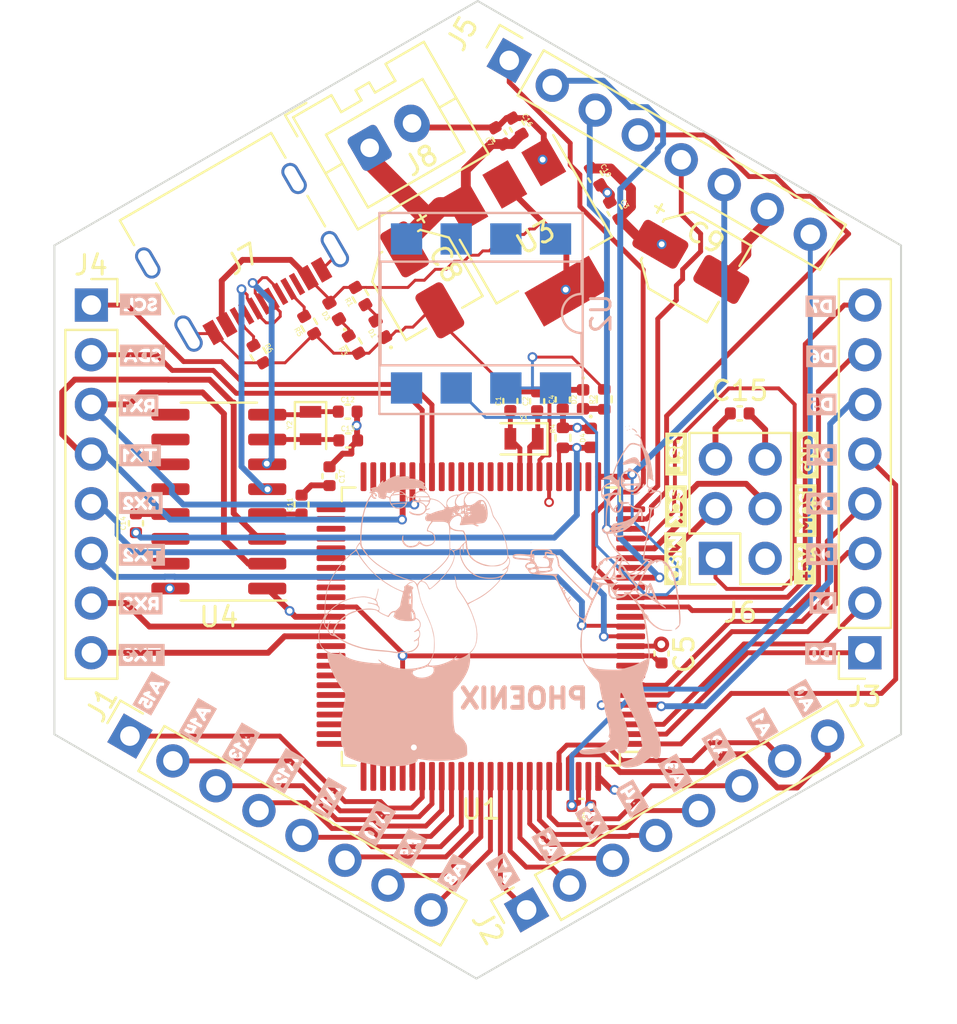
<source format=kicad_pcb>
(kicad_pcb (version 20221018) (generator pcbnew)
  (layers (0 "F.Cu" signal) (1 "In1.Cu" signal) (2 "In2.Cu" signal) (31 "B.Cu" signal) (34 "B.Paste" user) (35 "F.Paste" user) (36 "B.SilkS" user "B.Silkscreen") (37 "F.SilkS" user "F.Silkscreen") (38 "B.Mask" user) (39 "F.Mask" user) (44 "Edge.Cuts" user))
  (net 0 "")
  (net 1 "GND")
  (net 2 "Net-(U1-XTAL1)")
  (net 3 "Net-(U1-XTAL2)")
  (net 4 "+5V")
  (net 5 "/AREF")
  (net 6 "Net-(U4-V3)")
  (net 7 "Net-(U4-XO)")
  (net 8 "Net-(U4-XI)")
  (net 9 "Net-(U4-~{DTR})")
  (net 10 "/RESET")
  (net 11 "Net-(D1-A)")
  (net 12 "Net-(D2-A)")
  (net 13 "Net-(D3-K)")
  (net 14 "/ADC15")
  (net 15 "/ADC14")
  (net 16 "/ADC13")
  (net 17 "/ADC12")
  (net 18 "/ADC11")
  (net 19 "/ADC10")
  (net 20 "/ADC9")
  (net 21 "/ADC8")
  (net 22 "/ADC7")
  (net 23 "/ADC6")
  (net 24 "/ADC5")
  (net 25 "/ADC4")
  (net 26 "/ADC3")
  (net 27 "/ADC2")
  (net 28 "/ADC1")
  (net 29 "/ADC0")
  (net 30 "/PE0")
  (net 31 "/PE1")
  (net 32 "/PE4")
  (net 33 "Net-(J3-Pin_4)")
  (net 34 "/PG5")
  (net 35 "/PE3")
  (net 36 "/PH3")
  (net 37 "/PH4")
  (net 38 "/SCL")
  (net 39 "/SDA")
  (net 40 "/RXD1")
  (net 41 "/TXD1")
  (net 42 "/RXD2")
  (net 43 "/TXD2")
  (net 44 "/RXD3")
  (net 45 "/TXD3")
  (net 46 "/PH5")
  (net 47 "/PH6")
  (net 48 "Net-(J5-Pin_3)")
  (net 49 "Net-(J5-Pin_4)")
  (net 50 "Net-(J5-Pin_5)")
  (net 51 "Net-(J5-Pin_6)")
  (net 52 "/PB3")
  (net 53 "/PB1")
  (net 54 "/PB2")
  (net 55 "Net-(U2A--)")
  (net 60 "/PB0")
  (net 64 "/PL0")
  (net 65 "/PL1")
  (net 66 "/PL2")
  (net 67 "/PL3")
  (net 68 "/PL4")
  (net 69 "/PL5")
  (net 70 "/PL6")
  (net 71 "/PL7")
  (net 75 "/PD7")
  (net 76 "/PG0")
  (net 77 "/PG1")
  (net 78 "/PC0")
  (net 79 "/PC1")
  (net 80 "/PC2")
  (net 81 "/PC3")
  (net 82 "/PC4")
  (net 83 "/PC5")
  (net 84 "/PC6")
  (net 85 "/PC7")
  (net 91 "/PG2")
  (net 92 "/PA7")
  (net 93 "/PA6")
  (net 94 "/PA5")
  (net 95 "/PA4")
  (net 96 "/PA3")
  (net 97 "/PA2")
  (net 98 "/PA1")
  (net 99 "/PA0")
  (net 107 "+3V3")
  (net 108 "Net-(J7-CC1)")
  (net 109 "Net-(U4-UD+)")
  (net 110 "Net-(U4-UD-)")
  (net 112 "Net-(J7-CC2)")
  (net 114 "VIN")
  (footprint "Diode_SMD:D_0402_1005Metric" (layer "F.Cu") (at 127.43 129.84 -90)
    (fp_text reference "D4")
    (fp_text value "1N4001")
  )
  (footprint "Connector_PinSocket_2.54mm:PinSocket_1x08_P2.54mm_Vertical" (layer "F.Cu") (at 124.15 153.98 120)
    (fp_text reference "J2")
    (fp_text value "Conn_01x08")
  )
  (footprint "Connector_PinSocket_2.54mm:PinSocket_1x08_P2.54mm_Vertical" (layer "F.Cu") (at 123.262068 110.54 60)
    (fp_text reference "J5")
    (fp_text value "Conn_01x08")
  )
  (footprint "Capacitor_SMD:C_0402_1005Metric" (layer "F.Cu") (at 112.64 133.25 90)
    (fp_text reference "C11")
    (fp_text value "1uF")
  )
  (footprint "Capacitor_SMD:C_0402_1005Metric" (layer "F.Cu") (at 128.65 118.2 120)
    (fp_text reference "C3")
    (fp_text value "100n")
  )
  (footprint "kibuzzard-65DABDCE" (layer "F.Cu") (at 131.75 136.02 -90)
    (fp_text reference "kibuzzard-65DABDCE" hide)
    (fp_text value "G***" hide)
  )
  (footprint "Package_SO:SOIC-16_3.9x9.9mm_P1.27mm" (layer "F.Cu") (at 108.41 133.1 180)
    (fp_text reference "U4")
    (fp_text value "CH340G")
  )
  (footprint "Capacitor_SMD:C_0402_1005Metric" (layer "F.Cu") (at 104.17 134.21 90)
    (fp_text reference "C14")
    (fp_text value "1uF")
  )
  (footprint "Capacitor_SMD:CP_Elec_4x3.9" (layer "F.Cu") (at 118.8125 121.76 -60)
    (fp_text reference "C8")
    (fp_text value "47u")
  )
  (footprint "Connector_PinSocket_2.54mm:PinSocket_2x03_P2.54mm_Vertical" (layer "F.Cu") (at 133.81 136 180)
    (fp_text reference "J6")
    (fp_text value "Conn_02x03_Odd_Even")
  )
  (footprint "Package_QFP:TQFP-100_14x14mm_P0.5mm" (layer "F.Cu") (at 121.81 139.49 180)
    (fp_text reference "U1")
    (fp_text value "ATmega2560-16A")
  )
  (footprint "Package_TO_SOT_SMD:SOT-223-3_TabPin2" (layer "F.Cu") (at 124.61 119.61 -60)
    (fp_text reference "U3")
    (fp_text value "AMS1117-5.0")
  )
  (footprint "kibuzzard-65DABD5B" (layer "F.Cu") (at 138.38 136.28 90)
    (fp_text reference "kibuzzard-65DABD5B" hide)
    (fp_text value "G***" hide)
  )
  (footprint "Capacitor_SMD:C_0402_1005Metric" (layer "F.Cu") (at 115 128.5)
    (fp_text reference "C12")
    (fp_text value "1uF")
  )
  (footprint "Capacitor_SMD:C_0402_1005Metric" (layer "F.Cu") (at 123.32 127.96 -90)
    (fp_text reference "C1")
    (fp_text value "22pF")
  )
  (footprint "Connector_PinSocket_2.54mm:PinSocket_1x08_P2.54mm_Vertical" (layer "F.Cu") (at 101.89 123.05)
    (fp_text reference "J4")
    (fp_text value "Conn_01x08")
  )
  (footprint "Resistor_SMD:R_0402_1005Metric" (layer "F.Cu") (at 126.01 129.84 -90)
    (fp_text reference "R4")
    (fp_text value "10k")
  )
  (footprint "Capacitor_SMD:C_0402_1005Metric" (layer "F.Cu") (at 114.07 131.8 -90)
    (fp_text reference "C17")
    (fp_text value "100nF")
  )
  (footprint "kibuzzard-65DABD20" (layer "F.Cu") (at 138.53 130.72 90)
    (fp_text reference "kibuzzard-65DABD20" hide)
    (fp_text value "G***" hide)
  )
  (footprint "LED_SMD:LED_0402_1005Metric" (layer "F.Cu") (at 127.04 127.87 -90)
    (fp_text reference "D2")
    (fp_text value "LED")
  )
  (footprint "Connector_USB:USB_C_Receptacle_Palconn_UTC16-G" (layer "F.Cu") (at 109.6375 120.677773 -150)
    (fp_text reference "J7")
    (fp_text value "USB_C_Receptacle")
  )
  (footprint "Resistor_SMD:R_0402_1005Metric" (layer "F.Cu") (at 115.65 122.59 -60)
    (fp_text reference "R1")
    (fp_text value "1k")
  )
  (footprint "Capacitor_SMD:C_0402_1005Metric" (layer "F.Cu") (at 122.76 114.4 -60)
    (fp_text reference "C7")
    (fp_text value "100nF")
  )
  (footprint "Connector_PinSocket_2.54mm:PinSocket_1x08_P2.54mm_Vertical" (layer "F.Cu") (at 103.862068 145.09 60)
    (fp_text reference "J1")
    (fp_text value "Conn_01x08")
  )
  (footprint "Capacitor_SMD:C_0402_1005Metric" (layer "F.Cu") (at 126.95 148.66 180)
    (fp_text reference "C6")
    (fp_text value "100n")
  )
  (footprint "Connector_PinSocket_2.54mm:PinSocket_1x08_P2.54mm_Vertical" (layer "F.Cu") (at 141.45 140.83 180)
    (fp_text reference "J3")
    (fp_text value "Conn_01x08")
  )
  (footprint "Capacitor_SMD:C_0402_1005Metric" (layer "F.Cu") (at 123.66 113.904308 -60)
    (fp_text reference "C16")
    (fp_text value "100nF")
  )
  (footprint "Resistor_SMD:R_0402_1005Metric" (layer "F.Cu") (at 115.31 125.07 120)
    (fp_text reference "R3")
    (fp_text value "R_US")
  )
  (footprint "kibuzzard-65DABD9A" (layer "F.Cu") (at 131.8 130.67 -90)
    (fp_text reference "kibuzzard-65DABD9A" hide)
    (fp_text value "G***" hide)
  )
  (footprint "Capacitor_SMD:C_0402_1005Metric" (layer "F.Cu") (at 135.05 128.59)
    (fp_text reference "C15")
    (fp_text value "22pF")
  )
  (footprint "Resistor_SMD:R_0402_1005Metric" (layer "F.Cu") (at 113.03 124.07 -60)
    (fp_text reference "R5")
    (fp_text value "5.1K")
  )
  (footprint "kibuzzard-65DABDB1" (layer "F.Cu") (at 131.79 133.34 -90)
    (fp_text reference "kibuzzard-65DABDB1" hide)
    (fp_text value "G***" hide)
  )
  (footprint "Crystal:Crystal_SMD_2012-2Pin_2.0x1.2mm" (layer "F.Cu") (at 124.02 129.89 180)
    (fp_text reference "Y1")
    (fp_text value "Crystal_Small")
  )
  (footprint "Resistor_SMD:R_0402_1005Metric" (layer "F.Cu") (at 128.12 127.87 -90)
    (fp_text reference "R2")
    (fp_text value "1k")
  )
  (footprint "Capacitor_SMD:C_0402_1005Metric" (layer "F.Cu") (at 131.05 140.87 90)
    (fp_text reference "C5")
    (fp_text value "100n")
  )
  (footprint "kibuzzard-65DABD37" (layer "F.Cu") (at 138.42 133.56 90)
    (fp_text reference "kibuzzard-65DABD37" hide)
    (fp_text value "G***" hide)
  )
  (footprint "Capacitor_SMD:C_0402_1005Metric" (layer "F.Cu") (at 127.67 116.484308 -60)
    (fp_text reference "C10")
    (fp_text value "1uF")
  )
  (footprint "Crystal:Crystal_SMD_2012-2Pin_2.0x1.2mm" (layer "F.Cu") (at 113.1 129.21 -90)
    (fp_text reference "Y2")
    (fp_text value "12MHz")
  )
  (footprint "Capacitor_SMD:C_0402_1005Metric" (layer "F.Cu") (at 124.69 127.97 -90)
    (fp_text reference "C2")
    (fp_text value "22pF")
  )
  (footprint "Capacitor_SMD:C_0402_1005Metric" (layer "F.Cu") (at 115.03 129.97 180)
    (fp_text reference "C13")
    (fp_text value "1uF")
  )
  (footprint "Capacitor_SMD:CP_Elec_4x3.9" (layer "F.Cu") (at 132.55 120.839523 -30)
    (fp_text reference "C9")
    (fp_text value "47u")
  )
  (footprint "LED_SMD:LED_0402_1005Metric" (layer "F.Cu") (at 116.67 124.27 120)
    (fp_text reference "D1")
    (fp_text value "LED")
  )
  (footprint "Resistor_SMD:R_0402_1005Metric" (layer "F.Cu") (at 110.44 125.56 -60)
    (fp_text reference "R6")
    (fp_text value "5.1K")
  )
  (footprint "LED_SMD:LED_0402_1005Metric" (layer "F.Cu") (at 114.31 123.35 120)
    (fp_text reference "D3")
    (fp_text value "LED")
  )
  (footprint "Connector_JST:JST_XA_B02B-XASK-1_1x02_P2.50mm_Vertical" (layer "F.Cu") (at 116.124936 115.01 30)
    (fp_text reference "J8")
    (fp_text value "Conn_01x02_Pin")
  )
  (footprint "Capacitor_SMD:C_0402_1005Metric" (layer "F.Cu") (at 126 127.88 90)
    (fp_text reference "C4")
    (fp_text value "100n")
  )
  (footprint "kibuzzard-65DABB23" (layer "B.Cu") (at 114.02 148.26 -120)
    (fp_text reference "kibuzzard-65DABB23" hide)
    (fp_text value "G***" hide)
  )
  (footprint "kibuzzard-65DABC40" (layer "B.Cu") (at 104.31 128.18 180)
    (fp_text reference "kibuzzard-65DABC40" hide)
    (fp_text value "G***" hide)
  )
  (footprint "kibuzzard-65DABB0E" (layer "B.Cu") (at 111.81 146.86 -120)
    (fp_text reference "kibuzzard-65DABB0E" hide)
    (fp_text value "G***" hide)
  )
  (footprint "kibuzzard-65DABCC5" (layer "B.Cu") (at 104.47 140.94 180)
    (fp_text reference "kibuzzard-65DABCC5" hide)
    (fp_text value "G***" hide)
  )
  (footprint "kibuzzard-65DAB95D" (layer "B.Cu") (at 129.52 148.28 120)
    (fp_text reference "kibuzzard-65DAB95D" hide)
    (fp_text value "G***" hide)
  )
  (footprint "kibuzzard-65DAB9EE" (layer "B.Cu") (at 122.95 152.03 120)
    (fp_text reference "kibuzzard-65DAB9EE" hide)
    (fp_text value "G***" hide)
  )
  (footprint "kibuzzard-65DAB4AE" (layer "B.Cu") (at 139.19 123.11 180)
    (fp_text reference "kibuzzard-65DAB4AE" hide)
    (fp_text value "G***" hide)
  )
  (footprint "kibuzzard-65DAB6F8" (layer "B.Cu") (at 138.36 143.16 120)
    (fp_text reference "kibuzzard-65DAB6F8" hide)
    (fp_text value "G***" hide)
  )
  (footprint "kibuzzard-65DAB9D5" (layer "B.Cu") (at 127.49 149.44 120)
    (fp_text reference "kibuzzard-65DAB9D5" hide)
    (fp_text value "G***" hide)
  )
  (footprint "kibuzzard-65DAB4FF" (layer "B.Cu") (at 139.24 128.13 180)
    (fp_text reference "kibuzzard-65DAB4FF" hide)
    (fp_text value "G***" hide)
  )
  (footprint "kibuzzard-65DABB6D" (layer "B.Cu") (at 118.19 150.8 -120)
    (fp_text reference "kibuzzard-65DABB6D" hide)
    (fp_text value "G***" hide)
  )
  (footprint "kibuzzard-65DABBF1" (layer "B.Cu") (at 104.4 123.02 180)
    (fp_text reference "kibuzzard-65DABBF1" hide)
    (fp_text value "G***" hide)
  )
  (footprint "kibuzzard-65DABC64" (layer "B.Cu") (at 104.42 133.17 180)
    (fp_text reference "kibuzzard-65DABC64" hide)
    (fp_text value "G***" hide)
  )
  (footprint "Logo:cheech2" (layer "B.Cu") (at 128.8 137.74 180)
    (fp_text reference "PHOENIX")
    (fp_text value "LOGO" hide)
  )
  (footprint "Package_DIP:DIP-8_W7.62mm_SMDSocket_SmallPads" (layer "B.Cu") (at 121.82 123.48 90)
    (fp_text reference "U2")
    (fp_text value "LMV358")
  )
  (footprint "kibuzzard-65DAB58E" (layer "B.Cu") (at 139.22 125.67 180)
    (fp_text reference "kibuzzard-65DAB58E" hide)
    (fp_text value "G***" hide)
  )
  (footprint "kibuzzard-65DABB34" (layer "B.Cu") (at 116.48 149.56 -120)
    (fp_text reference "kibuzzard-65DABB34" hide)
    (fp_text value "G***" hide)
  )
  (footprint "kibuzzard-65DABC18" (layer "B.Cu") (at 104.5 125.63 180)
    (fp_text reference "kibuzzard-65DABC18" hide)
    (fp_text value "G***" hide)
  )
  (footprint "kibuzzard-65DABCAE" (layer "B.Cu") (at 104.42 138.31 180)
    (fp_text reference "kibuzzard-65DABCAE" hide)
    (fp_text value "G***" hide)
  )
  (footprint "kibuzzard-65DABC81" (layer "B.Cu") (at 104.48 135.82 180)
    (fp_text reference "kibuzzard-65DABC81" hide)
    (fp_text value "G***" hide)
  )
  (footprint "kibuzzard-65DAB5CB" (layer "B.Cu") (at 139.24 133.2 180)
    (fp_text reference "kibuzzard-65DAB5CB" hide)
    (fp_text value "G***" hide)
  )
  (footprint "kibuzzard-65DAB7E5" (layer "B.Cu") (at 136.2 144.52 120)
    (fp_text reference "kibuzzard-65DAB7E5" hide)
    (fp_text value "G***" hide)
  )
  (footprint "kibuzzard-65DAB9E3" (layer "B.Cu") (at 125.28 150.68 120)
    (fp_text reference "kibuzzard-65DAB9E3" hide)
    (fp_text value "G***" hide)
  )
  (footprint "kibuzzard-65DABC2B" (layer "B.Cu") (at 104.38 130.73 180)
    (fp_text reference "kibuzzard-65DABC2B" hide)
    (fp_text value "G***" hide)
  )
  (footprint "kibuzzard-65DABB77" (layer "B.Cu") (at 120.46 152.09 -120)
    (fp_text reference "kibuzzard-65DABB77" hide)
    (fp_text value "G***" hide)
  )
  (footprint "kibuzzard-65DABAF2" (layer "B.Cu") (at 109.55 145.56 -120)
    (fp_text reference "kibuzzard-65DABAF2" hide)
    (fp_text value "G***" hide)
  )
  (footprint "kibuzzard-65DAB610" (layer "B.Cu") (at 139.19 140.88 180)
    (fp_text reference "kibuzzard-65DAB610" hide)
    (fp_text value "G***" hide)
  )
  (footprint "kibuzzard-65DAB856" (layer "B.Cu") (at 131.75 146.98 120)
    (fp_text reference "kibuzzard-65DAB856" hide)
    (fp_text value "G***" hide)
  )
  (footprint "kibuzzard-65DABACB" (layer "B.Cu") (at 104.96 142.91 -120)
    (fp_text reference "kibuzzard-65DABACB" hide)
    (fp_text value "G***" hide)
  )
  (footprint "kibuzzard-65DAB5DE" (layer "B.Cu") (at 139.24 135.79 180)
    (fp_text reference "kibuzzard-65DAB5DE" hide)
    (fp_text value "G***" hide)
  )
  (footprint "kibuzzard-65DABAE4" (layer "B.Cu") (at 107.33 144.29 -120)
    (fp_text reference "kibuzzard-65DABAE4" hide)
    (fp_text value "G***" hide)
  )
  (footprint "kibuzzard-65DAB5A5" (layer "B.Cu") (at 139.24 130.71 180)
    (fp_text reference "kibuzzard-65DAB5A5" hide)
    (fp_text value "G***" hide)
  )
  (footprint "kibuzzard-65DAB820" (layer "B.Cu") (at 133.99 145.67 120)
    (fp_text reference "kibuzzard-65DAB820" hide)
    (fp_text value "G***" hide)
  )
  (footprint "kibuzzard-65DAB5FE" (layer "B.Cu") (at 139.31 138.28 180)
    (fp_text reference "kibuzzard-65DAB5FE" hide)
    (fp_text value "G***" hide)
  )
  (gr_line (start 121.585 157.49) (end 100 145) (stroke (width 0.1)) (layer "Edge.Cuts"))
  (gr_line (start 100 145) (end 100 120) (stroke (width 0.1)) (layer "Edge.Cuts"))
  (gr_line (start 143.3 145) (end 143.3 120) (stroke (width 0.1)) (layer "Edge.Cuts"))
  (gr_line (start 143.3 120) (end 121.65 107.5) (stroke (width 0.1)) (layer "Edge.Cuts"))
  (gr_line (start 121.585 157.49) (end 143.3 145) (stroke (width 0.1)) (layer "Edge.Cuts"))
  (gr_line (start 100 120) (end 121.65 107.5) (stroke (width 0.1)) (layer "Edge.Cuts"))
  (segment (start 127.31 148.42) (end 127.42 148.53) (width 0.25) (layer "F.Cu") (net 1))
  (segment (start 113.285 124.511673) (end 114.285 125.511673) (width 0.15) (layer "F.Cu") (net 1))
  (segment (start 124.208616 113.488616) (end 123.42 113.488616) (width 0.3) (layer "F.Cu") (net 1))
  (segment (start 109.671395 126.001673) (end 110.695 126.001673) (width 0.15) (layer "F.Cu") (net 1))
  (segment (start 112.33 138.99) (end 114.1475 138.99) (width 0.3) (layer "F.Cu") (net 1))
  (segment (start 135.39 119.84) (end 135.39 120.458369) (width 0.5) (layer "F.Cu") (net 1))
  (segment (start 128.41 117.4) (end 128.31 117.3) (width 0.5) (layer "F.Cu") (net 1))
  (segment (start 125.99 127.41) (end 126 127.4) (width 0.2) (layer "F.Cu") (net 1))
  (segment (start 127.04 127.385) (end 126.015 127.385) (width 0.3) (layer "F.Cu") (net 1))
  (segment (start 125.62 127.41) (end 125.99 127.41) (width 0.2) (layer "F.Cu") (net 1))
  (segment (start 125.32 127.71) (end 125.62 127.41) (width 0.2) (layer "F.Cu") (net 1))
  (segment (start 118.31 145.7445) (end 118.31 147.1525) (width 0.3) (layer "F.Cu") (net 1))
  (segment (start 125.026858 114.306858) (end 124.208616 113.488616) (width 0.3) (layer "F.Cu") (net 1))
  (segment (start 114.285 125.511673) (end 115.565 125.511673) (width 0.15) (layer "F.Cu") (net 1))
  (segment (start 125.026858 115.553142) (end 125.026858 114.306858) (width 0.3) (layer "F.Cu") (net 1))
  (segment (start 116.090849 125.511673) (end 116.9125 124.690022) (width 0.15) (layer "F.Cu") (net 1))
  (segment (start 122.52 113.984308) (end 122.625692 113.984308) (width 0.3) (layer "F.Cu") (net 1))
  (segment (start 115.19 130.29) (end 115.51 129.97) (width 0.3) (layer "F.Cu") (net 1))
  (segment (start 108.121219 124.451497) (end 109.671395 126.001673) (width 0.15) (layer "F.Cu") (net 1))
  (segment (start 123.32 127.48) (end 123.33 127.49) (width 0.25) (layer "F.Cu") (net 1))
  (segment (start 135.39 120.458369) (end 134.108846 121.739523) (width 0.5) (layer "F.Cu") (net 1))
  (segment (start 124.81 131.8275) (end 124.81 130.97) (width 0.2) (layer "F.Cu") (net 1))
  (segment (start 112.03 138.69) (end 112.33 138.99) (width 0.3) (layer "F.Cu") (net 1))
  (segment (start 136.460295 118.769705) (end 135.39 119.84) (width 0.5) (layer "F.Cu") (net 1))
  (segment (start 118.3845 145.67) (end 118.31 145.7445) (width 0.3) (layer "F.Cu") (net 1))
  (segment (start 125.026858 115.666858) (end 124.97 115.61) (width 0.3) (layer "F.Cu") (net 1))
  (segment (start 127.56 148.67) (end 127.59 148.7) (width 0.25) (layer "F.Cu") (net 1))
  (segment (start 108.063514 124.509202) (end 108.121219 124.451497) (width 0.15) (layer "F.Cu") (net 1))
  (segment (start 125.84 127.4) (end 126 127.4) (width 0.25) (layer "F.Cu") (net 1))
  (segment (start 124.81 130.97) (end 125.04 130.74) (width 0.2) (layer "F.Cu") (net 1))
  (segment (start 106.86127 124.509202) (end 108.063514 124.509202) (width 0.15) (layer "F.Cu") (net 1))
  (segment (start 114.74 130.65) (end 115.19 130.65) (width 0.3) (layer "F.Cu") (net 1))
  (segment (start 117.159978 124.690022) (end 117.47 124.38) (width 0.15) (layer "F.Cu") (net 1))
  (segment (start 136.35 130.92) (end 136.35 129.41) (width 0.3) (layer "F.Cu") (net 1))
  (segment (start 119.7125 123.8725) (end 123.32 127.48) (width 0.15) (layer "F.Cu") (net 1))
  (segment (start 117.96 124.18) (end 118.33 124.18) (width 0.15) (layer "F.Cu") (net 1))
  (segment (start 127.31 147.1525) (end 127.31 148.42) (width 0.25) (layer "F.Cu") (net 1))
  (segment (start 115.19 130.65) (end 115.19 130.29) (width 0.3) (layer "F.Cu") (net 1))
  (segment (start 136.460295 118.16) (end 136.460295 118.769705) (width 0.5) (layer "F.Cu") (net 1))
  (segment (start 118.29 113.76) (end 118.5 113.97) (width 0.3) (layer "F.Cu") (net 1))
  (segment (start 128.28 117.3) (end 128.28 117.27) (width 0.5) (layer "F.Cu") (net 1))
  (segment (start 115.48 129.23) (end 115.48 129.94) (width 0.3) (layer "F.Cu") (net 1))
  (segment (start 111.795 126.001673) (end 113.285 124.511673) (width 0.15) (layer "F.Cu") (net 1))
  (segment (start 128.28 117.27) (end 127.91 116.9) (width 0.5) (layer "F.Cu") (net 1))
  (segment (start 123.121384 113.488616) (end 123.42 113.488616) (width 0.3) (layer "F.Cu") (net 1))
  (segment (start 119.7125 123.318846) (end 119.7125 123.8725) (width 0.15) (layer "F.Cu") (net 1))
  (segment (start 115.565 125.511673) (end 116.090849 125.511673) (width 0.15) (layer "F.Cu") (net 1))
  (segment (start 119.191154 123.318846) (end 119.7125 123.318846) (width 0.15) (layer "F.Cu") (net 1))
  (segment (start 129.4725 140.49) (end 130.95 140.49) (width 0.25) (layer "F.Cu") (net 1))
  (segment (start 124.94 127.49) (end 124.69 127.49) (width 0.25) (layer "F.Cu") (net 1))
  (segment (start 122.505692 113.97) (end 122.52 113.984308) (width 0.3) (layer "F.Cu") (net 1))
  (segment (start 128.31 117.3) (end 128.28 117.3) (width 0.5) (layer "F.Cu") (net 1))
  (segment (start 114.34373 120.571548) (end 113.663781 121.251497) (width 0.15) (layer "F.Cu") (net 1))
  (segment (start 115.48 129.94) (end 115.51 129.97) (width 0.3) (layer "F.Cu") (net 1))
  (segment (start 125.04 130.74) (end 125.32 130.74) (width 0.2) (layer "F.Cu") (net 1))
  (segment (start 110.885 137.545) (end 112.03 138.69) (width 0.3) (layer "F.Cu") (net 1))
  (segment (start 125.32 127.71) (end 125.1 127.49) (width 0.2) (layer "F.Cu") (net 1))
  (segment (start 110.695 126.001673) (end 111.795 126.001673) (width 0.15) (layer "F.Cu") (net 1))
  (segment (start 130.95 140.49) (end 131.04 140.4) (width 0.25) (layer "F.Cu") (net 1))
  (segment (start 115.48 129.19) (end 115.46 129.21) (width 0.3) (layer "F.Cu") (net 1))
  (segment (start 117.47 124.38) (end 117.76 124.38) (width 0.15) (layer "F.Cu") (net 1))
  (segment (start 118.33 124.18) (end 119.191154 123.318846) (width 0.15) (layer "F.Cu") (net 1))
  (segment (start 115.46 129.21) (end 115.48 129.23) (width 0.3) (layer "F.Cu") (net 1))
  (segment (start 114.34373 120.189202) (end 114.34373 120.571548) (width 0.15) (layer "F.Cu") (net 1))
  (segment (start 123.33 127.49) (end 124.69 127.49) (width 0.25) (layer "F.Cu") (net 1))
  (segment (start 114.07 131.32) (end 114.74 130.65) (width 0.3) (layer "F.Cu") (net 1))
  (segment (start 125.1 127.49) (end 124.69 127.49) (width 0.2) (layer "F.Cu") (net 1))
  (segment (start 136.35 129.41) (end 135.53 128.59) (width 0.3) (layer "F.Cu") (net 1))
  (segment (start 127.42 148.67) (end 127.56 148.67) (width 0.25) (layer "F.Cu") (net 1))
  (segment (start 124.97 115.61) (end 125.026858 115.553142) (width 0.3) (layer "F.Cu") (net 1))
  (segment (start 116.9125 124.690022) (end 117.159978 124.690022) (width 0.15) (layer "F.Cu") (net 1))
  (segment (start 128.41 117.784308) (end 128.41 117.4) (width 0.5) (layer "F.Cu") (net 1))
  (segment (start 115.48 128.5) (end 115.48 129.19) (width 0.3) (layer "F.Cu") (net 1))
  (segment (start 125.026858 115.73202) (end 125.026858 115.666858) (width 0.3) (layer "F.Cu") (net 1))
  (segment (start 126.015 127.385) (end 126 127.4) (width 0.3) (layer "F.Cu") (net 1))
  (segment (start 118.5 113.97) (end 122.505692 113.97) (width 0.3) (layer "F.Cu") (net 1))
  (segment (start 122.625692 113.984308) (end 123.121384 113.488616) (width 0.3) (layer "F.Cu") (net 1))
  (segment (start 125.32 130.74) (end 125.32 127.71) (width 0.2) (layer "F.Cu") (net 1))
  (segment (start 117.76 124.38) (end 117.96 124.18) (width 0.15) (layer "F.Cu") (net 1))
  (segment (start 127.42 148.53) (end 127.42 148.67) (width 0.25) (layer "F.Cu") (net 1))
  (via (at 118.3845 145.67) (size 0.5) (drill 0.3) (layers "F.Cu" "B.Cu") (net 1))
  (via blind (at 131.04 140.4) (size 0.8) (drill 0.4) (layers "F.Cu" "In1.Cu") (remove_unused_layers) (zone_layer_connections "In1.Cu") (net 1))
  (via (at 112.03 138.69) (size 0.5) (drill 0.3) (layers "F.Cu" "B.Cu") (net 1))
  (via (at 124.97 115.61) (size 0.5) (drill 0.3) (layers "F.Cu" "B.Cu") (net 1))
  (via (at 128.28 117.3) (size 0.5) (drill 0.3) (layers "F.Cu" "B.Cu") (net 1))
  (via (at 115.46 129.21) (size 0.5) (drill 0.3) (layers "F.Cu" "B.Cu") (net 1))
  (via (at 127.99 143.51) (size 0.5) (drill 0.3) (layers "F.Cu" "B.Cu") (net 1))
  (via (at 127.42 148.67) (size 0.5) (drill 0.3) (layers "F.Cu" "B.Cu") (net 1))
  (segment (start 123.81 130.38) (end 123.32 129.89) (width 0.25) (layer "F.Cu") (net 2))
  (segment (start 123.32 128.44) (end 123.32 129.89) (width 0.25) (layer "F.Cu") (net 2))
  (segment (start 123.81 131.8275) (end 123.81 130.38) (width 0.25) (layer "F.Cu") (net 2))
  (segment (start 124.72 128.48) (end 124.69 128.45) (width 0.25) (layer "F.Cu") (net 3))
  (segment (start 124.31 130.3) (end 124.72 129.89) (width 0.25) (layer "F.Cu") (net 3))
  (segment (start 124.31 131.8275) (end 124.31 130.3) (width 0.25) (layer "F.Cu") (net 3))
  (segment (start 124.72 129.89) (end 124.72 128.48) (width 0.25) (layer "F.Cu") (net 3))
  (segment (start 128.448616 116.068616) (end 127.43 116.068616) (width 0.5) (layer "F.Cu") (net 4))
  (segment (start 119.48 121.22) (end 120.04 121.22) (width 0.15) (layer "F.Cu") (net 4))
  (segment (start 129.4725 140.99) (end 130.604695 140.99) (width 0.25) (layer "F.Cu") (net 4))
  (segment (start 118.08 122.15) (end 118.45 121.78) (width 0.15) (layer "F.Cu") (net 4))
  (segment (start 109.62 120.74) (end 112.083722 120.74) (width 0.3) (layer "F.Cu") (net 4))
  (segment (start 128.65 147.84) (end 128.4975 147.84) (width 0.3) (layer "F.Cu") (net 4))
  (segment (start 124.89649 118.74351) (end 123.035 116.88202) (width 0.3) (layer "F.Cu") (net 4))
  (segment (start 117.82 140.99) (end 129.4725 140.99) (width 0.25) (layer "F.Cu") (net 4))
  (segment (start 120.04 121.22) (end 120.45 120.81) (width 0.15) (layer "F.Cu") (net 4))
  (segment (start 117.81 140.98) (end 117.81 140.855) (width 0.25) (layer "F.Cu") (net 4))
  (segment (start 121.69 120.5) (end 121.91 120.28) (width 0.15) (layer "F.Cu") (net 4))
  (segment (start 126.73 129.33) (end 126.74 129.32) (width 0.3) (layer "F.Cu") (net 4))
  (segment (start 120.95 120.81) (end 121.26 120.5) (width 0.15) (layer "F.Cu") (net 4))
  (segment (start 124.3 119.16) (end 124.55 119.16) (width 0.15) (layer "F.Cu") (net 4))
  (segment (start 114.801673 122.148327) (end 115.395 122.148327) (width 0.15) (layer "F.Cu") (net 4))
  (segment (start 129.49 117.11) (end 128.448616 116.068616) (width 0.5) (layer "F.Cu") (net 4))
  (segment (start 122.53 119.99) (end 122.9 119.99) (width 0.15) (layer "F.Cu") (net 4))
  (segment (start 115.946014 122.148327) (end 115.947687 122.15) (width 0.15) (layer "F.Cu") (net 4))
  (segment (start 108.814039 124.051497) (end 108.559687 123.797145) (width 0.3) (layer "F.Cu") (net 4))
  (segment (start 126.74 129.32) (end 126.75 129.33) (width 0.3) (layer "F.Cu") (net 4))
  (segment (start 125.3 133.13) (end 125.3 131.8375) (width 0.2) (layer "F.Cu") (net 4))
  (segment (start 112.083722 120.74) (end 112.98309 121.639368) (width 0.3) (layer "F.Cu") (net 4))
  (segment (start 114.0675 122.748036) (end 114.0675 122.929978) (width 0.15) (layer "F.Cu") (net 4))
  (segment (start 128.4975 147.84) (end 127.81 147.1525) (width 0.3) (layer "F.Cu") (net 4))
  (segment (start 117.81 140.98) (end 117.81 147.1525) (width 0.25) (layer "F.Cu") (net 4))
  (segment (start 126.01 129.33) (end 126.01 128.37) (width 0.3) (layer "F.Cu") (net 4))
  (segment (start 127.405 129.33) (end 127.43 129.355) (width 0.3) (layer "F.Cu") (net 4))
  (segment (start 108.559687 123.797145) (end 108.559687 121.800313) (width 0.3) (layer "F.Cu") (net 4))
  (segment (start 115.947687 122.15) (end 118.08 122.15) (width 0.15) (layer "F.Cu") (net 4))
  (segment (start 122.9 119.99) (end 123.17 119.72) (width 0.15) (layer "F.Cu") (net 4))
  (segment (start 126.75 129.33) (end 127.405 129.33) (width 0.3) (layer "F.Cu") (net 4))
  (segment (start 130.991631 119.939523) (end 130.213831 119.939523) (width 0.5) (layer "F.Cu") (net 4))
  (segment (start 117.81 140.98) (end 117.82 140.99) (width 0.25) (layer "F.Cu") (net 4))
  (segment (start 126.185 122.225) (end 126.185 120.03202) (width 0.3) (layer "F.Cu") (net 4))
  (segment (start 114.0675 122.929978) (end 114.0675 122.8825) (width 0.15) (layer "F.Cu") (net 4))
  (segment (start 115.445 138.49) (end 114.1475 138.49) (width 0.25) (layer "F.Cu") (net 4))
  (segment (start 131.06 119.94) (end 130.991631 119.939523) (width 0.5) (layer "F.Cu") (net 4))
  (segment (start 130.991154 119.939523) (end 130.990677 119.939523) (width 0.5) (layer "F.Cu") (net 4))
  (segment (start 118.45 121.78) (end 118.92 121.78) (width 0.15) (layer "F.Cu") (net 4))
  (segment (start 121.26 120.5) (end 121.69 120.5) (width 0.15) (layer "F.Cu") (net 4))
  (segment (start 122.24 120.28) (end 122.53 119.99) (width 0.15) (layer "F.Cu") (net 4))
  (segment (start 128.89 118.615692) (end 129.49 118.015692) (width 0.5) (layer "F.Cu") (net 4))
  (segment (start 126.185 120.03202) (end 124.89649 118.74351) (width 0.3) (layer "F.Cu") (net 4))
  (segment (start 126.185 122.33798) (end 126.185 122.295) (width 0.3) (layer "F.Cu") (net 4))
  (segment (start 120.45 120.81) (end 120.95 120.81) (width 0.15) (layer "F.Cu") (net 4))
  (segment (start 124.02 119.44) (end 124.3 119.16) (width 0.15) (layer "F.Cu") (net 4))
  (segment (start 130.964695 141.35) (end 131.05 141.35) (width 0.25) (layer "F.Cu") (net 4))
  (segment (start 130.604695 140.99) (end 130.964695 141.35) (width 0.25) (layer "F.Cu") (net 4))
  (segment (start 123.77 119.44) (end 124.02 119.44) (width 0.15) (layer "F.Cu") (net 4))
  (segment (start 125.3 131.8375) (end 125.31 131.8275) (width 0.2) (layer "F.Cu") (net 4))
  (segment (start 130.990677 119.939523) (end 131.06 119.94) (width 0.5) (layer "F.Cu") (net 4))
  (segment (start 126.185 122.295) (end 126.15 122.26) (width 0.3) (layer "F.Cu") (net 4))
  (segment (start 114.0675 122.8825) (end 114.801673 122.148327) (width 0.15) (layer "F.Cu") (net 4))
  (segment (start 129.49 118.015692) (end 129.49 117.11) (width 0.5) (layer "F.Cu") (net 4))
  (segment (start 121.91 120.28) (end 122.24 120.28) (width 0.15) (layer "F.Cu") (net 4))
  (segment (start 123.49 119.72) (end 123.77 119.44) (width 0.15) (layer "F.Cu") (net 4))
  (segment (start 124.89649 118.81351) (end 124.89649 118.74351) (width 0.15) (layer "F.Cu") (net 4))
  (segment (start 126.01 128.37) (end 126 128.36) (width 0.3) (layer "F.Cu") (net 4))
  (segment (start 126.01 129.33) (end 126.73 129.33) (width 0.3) (layer "F.Cu") (net 4))
  (segment (start 123.17 119.72) (end 123.49 119.72) (width 0.15) (layer "F.Cu") (net 4))
  (segment (start 130.213831 119.939523) (end 128.89 118.615692) (width 0.5) (layer "F.Cu") (net 4))
  (segment (start 108.559687 121.800313) (end 109.62 120.74) (width 0.3) (layer "F.Cu") (net 4))
  (segment (start 117.81 140.855) (end 115.445 138.49) (width 0.25) (layer "F.Cu") (net 4))
  (segment (start 112.970961 121.651497) (end 114.0675 122.748036) (width 0.15) (layer "F.Cu") (net 4))
  (segment (start 115.395 122.148327) (end 115.946014 122.148327) (width 0.15) (layer "F.Cu") (net 4))
  (segment (start 124.55 119.16) (end 124.89649 118.81351) (width 0.15) (layer "F.Cu") (net 4))
  (segment (start 126.15 122.26) (end 126.185 122.225) (width 0.3) (layer "F.Cu") (net 4))
  (segment (start 118.92 121.78) (end 119.48 121.22) (width 0.15) (layer "F.Cu") (net 4))
  (via (at 117.81 140.98) (size 0.5) (drill 0.3) (layers "F.Cu" "B.Cu") (net 4))
  (via (at 126.74 129.32) (size 0.5) (drill 0.3) (layers "F.Cu" "B.Cu") (net 4))
  (via (at 105.9 137.54) (size 0.5) (drill 0.3) (layers "F.Cu" "B.Cu") (net 4))
  (via (at 131.06 119.94) (size 0.5) (drill 0.3) (layers "F.Cu" "B.Cu") (net 4))
  (via (at 128.65 147.84) (size 0.5) (drill 0.3) (layers "F.Cu" "B.Cu") (net 4))
  (via (at 126.15 122.26) (size 0.5) (drill 0.3) (layers "F.Cu" "B.Cu") (net 4))
  (via micro (at 125.3 133.13) (size 0.5) (drill 0.3) (layers "F.Cu" "In2.Cu") (net 4))
  (segment (start 126.81 147.1525) (end 126.81 148.52) (width 0.25) (layer "F.Cu") (net 5))
  (segment (start 126.46 148.63) (end 126.63 148.7) (width 0.25) (layer "F.Cu") (net 5))
  (segment (start 126.81 148.52) (end 126.46 148.63) (width 0.25) (layer "F.Cu") (net 5))
  (via (at 126.46 148.63) (size 0.5) (drill 0.3) (layers "F.Cu" "B.Cu") (net 5))
  (segment (start 126.46 146.09) (end 129.86 142.69) (width 0.25) (layer "B.Cu") (net 5))
  (segment (start 126.46 148.63) (end 126.46 146.09) (width 0.25) (layer "B.Cu") (net 5))
  (segment (start 133.27 142.69) (end 138.66 137.3) (width 0.25) (layer "B.Cu") (net 5))
  (segment (start 129.86 142.69) (end 133.27 142.69) (width 0.25) (layer "B.Cu") (net 5))
  (segment (start 138.66 137.3) (end 138.66 119.43) (width 0.25) (layer "B.Cu") (net 5))
  (segment (start 110.885 133.735) (end 112.635 133.735) (width 0.25) (layer "F.Cu") (net 6))
  (segment (start 112.635 133.735) (end 112.64 133.73) (width 0.25) (layer "F.Cu") (net 6))
  (segment (start 114.52 128.5) (end 113.11 128.5) (width 0.25) (layer "F.Cu") (net 7))
  (segment (start 112.955 128.655) (end 113.1 128.51) (width 0.25) (layer "F.Cu") (net 7))
  (segment (start 110.885 128.655) (end 112.955 128.655) (width 0.25) (layer "F.Cu") (net 7))
  (segment (start 113.11 128.5) (end 113.1 128.51) (width 0.25) (layer "F.Cu") (net 7))
  (segment (start 114.505 129.925) (end 114.55 129.97) (width 0.25) (layer "F.Cu") (net 8))
  (segment (start 110.885 129.925) (end 114.505 129.925) (width 0.25) (layer "F.Cu") (net 8))
  (segment (start 104.175 133.735) (end 104.17 133.73) (width 0.3) (layer "F.Cu") (net 9))
  (segment (start 105.935 133.735) (end 104.175 133.735) (width 0.3) (layer "F.Cu") (net 9))
  (segment (start 127.405 130.35) (end 127.43 130.325) (width 0.3) (layer "F.Cu") (net 10))
  (segment (start 126.01 130.35) (end 126.72 130.35) (width 0.3) (layer "F.Cu") (net 10))
  (segment (start 133.81 130.92) (end 133.81 129.35) (width 0.3) (layer "F.Cu") (net 10))
  (segment (start 125.81 130.55) (end 126.01 130.35) (width 0.2) (layer "F.Cu") (net 10))
  (segment (start 133.81 129.35) (end 134.57 128.59) (width 0.3) (layer "F.Cu") (net 10))
  (segment (start 125.85 131.8675) (end 125.81 131.8275) (width 0.2) (layer "F.Cu") (net 10))
  (segment (start 126.72 130.35) (end 127.405 130.35) (width 0.3) (layer "F.Cu") (net 10))
  (segment (start 125.81 131.8275) (end 125.81 130.55) (width 0.2) (layer "F.Cu") (net 10))
  (via (at 126.72 130.35) (size 0.5) (drill 0.3) (layers "F.Cu" "B.Cu") (net 10))
  (via (at 104.17 134.69) (size 0.5) (drill 0.3) (layers "F.Cu" "B.Cu") (net 10))
  (segment (start 104.17 134.69) (end 104.42 134.94) (width 0.3) (layer "B.Cu") (net 10))
  (segment (start 125.57 134.94) (end 126.72 133.79) (width 0.3) (layer "B.Cu") (net 10))
  (segment (start 126.72 133.79) (end 126.72 130.35) (width 0.3) (layer "B.Cu") (net 10))
  (segment (start 104.42 134.94) (end 125.57 134.94) (width 0.3) (layer "B.Cu") (net 10))
  (segment (start 116.4275 123.849978) (end 116.4275 123.554173) (width 0.15) (layer "F.Cu") (net 11))
  (segment (start 116.4275 123.554173) (end 115.905 123.031673) (width 0.15) (layer "F.Cu") (net 11))
  (segment (start 127.04 128.355) (end 128.095 128.355) (width 0.3) (layer "F.Cu") (net 12))
  (segment (start 128.095 128.355) (end 128.12 128.38) (width 0.3) (layer "F.Cu") (net 12))
  (segment (start 115.055 124.272522) (end 114.5525 123.770022) (width 0.15) (layer "F.Cu") (net 13))
  (segment (start 115.055 124.628327) (end 115.055 124.272522) (width 0.15) (layer "F.Cu") (net 13))
  (segment (start 117.009188 148.77) (end 116.679188 148.44) (width 0.25) (layer "F.Cu") (net 14))
  (segment (start 118.81 148.23) (end 118.27 148.77) (width 0.25) (layer "F.Cu") (net 14))
  (segment (start 111.52 145.09) (end 103.862068 145.09) (width 0.25) (layer "F.Cu") (net 14))
  (segment (start 118.81 147.1525) (end 118.81 148.23) (width 0.25) (layer "F.Cu") (net 14))
  (segment (start 114.87 148.44) (end 111.52 145.09) (width 0.25) (layer "F.Cu") (net 14))
  (segment (start 116.679188 148.44) (end 114.87 148.44) (width 0.25) (layer "F.Cu") (net 14))
  (segment (start 118.27 148.77) (end 117.009188 148.77) (width 0.25) (layer "F.Cu") (net 14))
  (segment (start 116.822792 149.22) (end 116.517792 148.915) (width 0.25) (layer "F.Cu") (net 15))
  (segment (start 116.517792 148.915) (end 114.621396 148.915) (width 0.25) (layer "F.Cu") (net 15))
  (segment (start 114.621396 148.915) (end 112.066396 146.36) (width 0.25) (layer "F.Cu") (net 15))
  (segment (start 119.31 148.56) (end 118.65 149.22) (width 0.25) (layer "F.Cu") (net 15))
  (segment (start 119.31 147.1525) (end 119.31 148.56) (width 0.25) (layer "F.Cu") (net 15))
  (segment (start 118.65 149.22) (end 116.822792 149.22) (width 0.25) (layer "F.Cu") (net 15))
  (segment (start 112.066396 146.36) (end 106.061773 146.36) (width 0.25) (layer "F.Cu") (net 15))
  (segment (start 119.81 147.1525) (end 119.81 148.88) (width 0.25) (layer "F.Cu") (net 16))
  (segment (start 112.7 147.63) (end 108.261477 147.63) (width 0.25) (layer "F.Cu") (net 16))
  (segment (start 119.81 148.88) (end 119 149.69) (width 0.25) (layer "F.Cu") (net 16))
  (segment (start 116.656396 149.69) (end 116.331396 149.365) (width 0.25) (layer "F.Cu") (net 16))
  (segment (start 119 149.69) (end 116.656396 149.69) (width 0.25) (layer "F.Cu") (net 16))
  (segment (start 116.331396 149.365) (end 114.435 149.365) (width 0.25) (layer "F.Cu") (net 16))
  (segment (start 114.435 149.365) (end 112.7 147.63) (width 0.25) (layer "F.Cu") (net 16))
  (segment (start 120.31 147.1525) (end 120.31 149.16) (width 0.25) (layer "F.Cu") (net 17))
  (segment (start 110.861182 148.5) (end 110.461182 148.9) (width 0.25) (layer "F.Cu") (net 17))
  (segment (start 114.195 149.815) (end 112.88 148.5) (width 0.25) (layer "F.Cu") (net 17))
  (segment (start 116.55 150.22) (end 116.145 149.815) (width 0.25) (layer "F.Cu") (net 17))
  (segment (start 119.25 150.22) (end 116.55 150.22) (width 0.25) (layer "F.Cu") (net 17))
  (segment (start 120.31 149.16) (end 119.25 150.22) (width 0.25) (layer "F.Cu") (net 17))
  (segment (start 112.88 148.5) (end 110.861182 148.5) (width 0.25) (layer "F.Cu") (net 17))
  (segment (start 116.145 149.815) (end 114.195 149.815) (width 0.25) (layer "F.Cu") (net 17))
  (segment (start 112.755886 150.265) (end 112.660886 150.17) (width 0.25) (layer "F.Cu") (net 18))
  (segment (start 120.81 149.69) (end 119.75 150.75) (width 0.25) (layer "F.Cu") (net 18))
  (segment (start 116.25 150.75) (end 115.765 150.265) (width 0.25) (layer "F.Cu") (net 18))
  (segment (start 119.75 150.75) (end 116.25 150.75) (width 0.25) (layer "F.Cu") (net 18))
  (segment (start 115.765 150.265) (end 112.755886 150.265) (width 0.25) (layer "F.Cu") (net 18))
  (segment (start 120.81 147.1525) (end 120.81 149.69) (width 0.25) (layer "F.Cu") (net 18))
  (segment (start 121.31 149.98) (end 120.02 151.27) (width 0.25) (layer "F.Cu") (net 19))
  (segment (start 115.52 151.44) (end 114.860591 151.44) (width 0.25) (layer "F.Cu") (net 19))
  (segment (start 120.02 151.27) (end 115.69 151.27) (width 0.25) (layer "F.Cu") (net 19))
  (segment (start 115.69 151.27) (end 115.52 151.44) (width 0.25) (layer "F.Cu") (net 19))
  (segment (start 121.31 147.1525) (end 121.31 149.98) (width 0.25) (layer "F.Cu") (net 19))
  (segment (start 121.81 147.1525) (end 121.81 150.25) (width 0.25) (layer "F.Cu") (net 20))
  (segment (start 117.550295 152.22) (end 117.060295 152.71) (width 0.25) (layer "F.Cu") (net 20))
  (segment (start 119.84 152.22) (end 117.550295 152.22) (width 0.25) (layer "F.Cu") (net 20))
  (segment (start 121.81 150.25) (end 119.84 152.22) (width 0.25) (layer "F.Cu") (net 20))
  (segment (start 122.31 147.1525) (end 122.3 147.1625) (width 0.25) (layer "F.Cu") (net 21))
  (segment (start 122.3 147.1625) (end 122.3 150.94) (width 0.25) (layer "F.Cu") (net 21))
  (segment (start 122.3 150.94) (end 119.26 153.98) (width 0.25) (layer "F.Cu") (net 21))
  (segment (start 122.81 147.1525) (end 122.81 152.64) (width 0.25) (layer "F.Cu") (net 22))
  (segment (start 122.81 152.64) (end 124.15 153.98) (width 0.25) (layer "F.Cu") (net 22))
  (segment (start 125.429705 151.79) (end 126.349705 152.71) (width 0.25) (layer "F.Cu") (net 23))
  (segment (start 123.31 147.1525) (end 123.31 150.97) (width 0.25) (layer "F.Cu") (net 23))
  (segment (start 124.13 151.79) (end 125.429705 151.79) (width 0.25) (layer "F.Cu") (net 23))
  (segment (start 123.31 150.97) (end 124.13 151.79) (width 0.25) (layer "F.Cu") (net 23))
  (segment (start 128.449409 151.34) (end 128.549409 151.44) (width 0.25) (layer "F.Cu") (net 24))
  (segment (start 123.81 150.29) (end 124.86 151.34) (width 0.25) (layer "F.Cu") (net 24))
  (segment (start 123.81 147.1525) (end 123.81 150.29) (width 0.25) (layer "F.Cu") (net 24))
  (segment (start 124.86 151.34) (end 128.449409 151.34) (width 0.25) (layer "F.Cu") (net 24))
  (segment (start 129.436396 150.17) (end 130.749114 150.17) (width 0.25) (layer "F.Cu") (net 25))
  (segment (start 124.31 147.1525) (end 124.31 149.57) (width 0.25) (layer "F.Cu") (net 25))
  (segment (start 124.31 149.57) (end 125.37 150.63) (width 0.25) (layer "F.Cu") (net 25))
  (segment (start 127.97 150.22) (end 129.386396 150.22) (width 0.25) (layer "F.Cu") (net 25))
  (segment (start 125.37 150.63) (end 127.56 150.63) (width 0.25) (layer "F.Cu") (net 25))
  (segment (start 129.386396 150.22) (end 129.436396 150.17) (width 0.25) (layer "F.Cu") (net 25))
  (segment (start 127.56 150.63) (end 127.97 150.22) (width 0.25) (layer "F.Cu") (net 25))
  (segment (start 127.753604 149.77) (end 129.2 149.77) (width 0.25) (layer "F.Cu") (net 26))
  (segment (start 124.81 149.38) (end 125.55 150.12) (width 0.25) (layer "F.Cu") (net 26))
  (segment (start 124.81 147.1525) (end 124.81 149.38) (width 0.25) (layer "F.Cu") (net 26))
  (segment (start 130.07 148.9) (end 132.948818 148.9) (width 0.25) (layer "F.Cu") (net 26))
  (segment (start 125.55 150.12) (end 127.403604 150.12) (width 0.25) (layer "F.Cu") (net 26))
  (segment (start 129.2 149.77) (end 130.07 148.9) (width 0.25) (layer "F.Cu") (net 26))
  (segment (start 127.403604 150.12) (end 127.753604 149.77) (width 0.25) (layer "F.Cu") (net 26))
  (segment (start 130.54 147.63) (end 135.148523 147.63) (width 0.25) (layer "F.Cu") (net 27))
  (segment (start 127.26 149.62) (end 127.56 149.32) (width 0.25) (layer "F.Cu") (net 27))
  (segment (start 125.75 149.62) (end 127.26 149.62) (width 0.25) (layer "F.Cu") (net 27))
  (segment (start 125.31 149.18) (end 125.75 149.62) (width 0.25) (layer "F.Cu") (net 27))
  (segment (start 127.56 149.32) (end 128.85 149.32) (width 0.25) (layer "F.Cu") (net 27))
  (segment (start 125.31 147.1525) (end 125.31 149.18) (width 0.25) (layer "F.Cu") (net 27))
  (segment (start 128.85 149.32) (end 130.54 147.63) (width 0.25) (layer "F.Cu") (net 27))
  (segment (start 129.02 146.34) (end 132.64 146.34) (width 0.25) (layer "F.Cu") (net 28))
  (segment (start 132.64 146.34) (end 133.55 145.43) (width 0.25) (layer "F.Cu") (net 28))
  (segment (start 126.21 145.55) (end 128.23 145.55) (width 0.25) (layer "F.Cu") (net 28))
  (segment (start 128.23 145.55) (end 129.02 146.34) (width 0.25) (layer "F.Cu") (net 28))
  (segment (start 125.81 145.95) (end 126.21 145.55) (width 0.25) (layer "F.Cu") (net 28))
  (segment (start 136.418227 145.43) (end 137.348227 146.36) (width 0.25) (layer "F.Cu") (net 28))
  (segment (start 125.81 147.1525) (end 125.81 145.95) (width 0.25) (layer "F.Cu") (net 28))
  (segment (start 133.55 145.43) (end 136.418227 145.43) (width 0.25) (layer "F.Cu") (net 28))
  (segment (start 135.27 146.02) (end 136.97 147.72) (width 0.3) (layer "F.Cu") (net 29))
  (segment (start 133.29 146.93) (end 134.2 146.02) (width 0.3) (layer "F.Cu") (net 29))
  (segment (start 139.547932 146.152068) (end 139.547932 145.09) (width 0.3) (layer "F.Cu") (net 29))
  (segment (start 136.97 147.72) (end 137.98 147.72) (width 0.3) (layer "F.Cu") (net 29))
  (segment (start 126.31 147.1525) (end 126.31 146.26) (width 0.3) (layer "F.Cu") (net 29))
  (segment (start 126.545 146.025) (end 128.021041 146.025) (width 0.3) (layer "F.Cu") (net 29))
  (segment (start 126.31 146.26) (end 126.545 146.025) (width 0.3) (layer "F.Cu") (net 29))
  (segment (start 134.2 146.02) (end 135.27 146.02) (width 0.3) (layer "F.Cu") (net 29))
  (segment (start 137.98 147.72) (end 139.547932 146.152068) (width 0.3) (layer "F.Cu") (net 29))
  (segment (start 128.021041 146.025) (end 128.926041 146.93) (width 0.3) (layer "F.Cu") (net 29))
  (segment (start 128.926041 146.93) (end 133.29 146.93) (width 0.3) (layer "F.Cu") (net 29))
  (segment (start 135.45 140.83) (end 141.45 140.83) (width 0.25) (layer "F.Cu") (net 30))
  (segment (start 129.4725 144.99) (end 131.29 144.99) (width 0.25) (layer "F.Cu") (net 30))
  (segment (start 131.29 144.99) (end 135.45 140.83) (width 0.25) (layer "F.Cu") (net 30))
  (segment (start 135.263604 140.38) (end 139.36 140.38) (width 0.25) (layer "F.Cu") (net 31))
  (segment (start 139.36 140.38) (end 141.45 138.29) (width 0.25) (layer "F.Cu") (net 31))
  (segment (start 131.153604 144.49) (end 135.263604 140.38) (width 0.25) (layer "F.Cu") (net 31))
  (segment (start 129.4725 144.49) (end 131.153604 144.49) (width 0.25) (layer "F.Cu") (net 31))
  (segment (start 139.99 138.29) (end 139.99 136.3) (width 0.25) (layer "F.Cu") (net 32))
  (segment (start 139.99 136.3) (end 140.59 135.7) (width 0.25) (layer "F.Cu") (net 32))
  (segment (start 129.4725 142.99) (end 131.41 142.99) (width 0.25) (layer "F.Cu") (net 32))
  (segment (start 138.53 139.75) (end 139.99 138.29) (width 0.25) (layer "F.Cu") (net 32))
  (segment (start 131.41 142.99) (end 134.65 139.75) (width 0.25) (layer "F.Cu") (net 32))
  (segment (start 140.59 135.7) (end 141.4 135.7) (width 0.25) (layer "F.Cu") (net 32))
  (segment (start 134.65 139.75) (end 138.53 139.75) (width 0.25) (layer "F.Cu") (net 32))
  (segment (start 141.4 135.7) (end 141.45 135.75) (width 0.25) (layer "F.Cu") (net 32))
  (segment (start 134.536802 139.226802) (end 138.233198 139.226802) (width 0.25) (layer "F.Cu") (net 33))
  (segment (start 139.53 137.93) (end 139.53 135.13) (width 0.25) (layer "F.Cu") (net 33))
  (segment (start 129.4725 142.49) (end 131.273604 142.49) (width 0.25) (layer "F.Cu") (net 33))
  (segment (start 139.53 135.13) (end 141.45 133.21) (width 0.25) (layer "F.Cu") (net 33))
  (segment (start 138.233198 139.226802) (end 139.53 137.93) (width 0.25) (layer "F.Cu") (net 33))
  (segment (start 131.273604 142.49) (end 134.536802 139.226802) (width 0.25) (layer "F.Cu") (net 33))
  (segment (start 143.03 142.18) (end 143.03 132.25) (width 0.25) (layer "F.Cu") (net 34))
  (segment (start 142.3 142.91) (end 143.03 142.18) (width 0.25) (layer "F.Cu") (net 34))
  (segment (start 143.03 132.25) (end 141.45 130.67) (width 0.25) (layer "F.Cu") (net 34))
  (segment (start 132.04 145.49) (end 134.62 142.91) (width 0.25) (layer "F.Cu") (net 34))
  (segment (start 129.4725 145.49) (end 132.04 145.49) (width 0.25) (layer "F.Cu") (net 34))
  (segment (start 134.62 142.91) (end 142.3 142.91) (width 0.25) (layer "F.Cu") (net 34))
  (segment (start 140.77 128.13) (end 141.45 128.13) (width 0.25) (layer "F.Cu") (net 35))
  (segment (start 130.9655 143.49) (end 131.04 143.5645) (width 0.3) (layer "F.Cu") (net 35))
  (segment (start 129.4725 143.49) (end 130.9655 143.49) (width 0.3) (layer "F.Cu") (net 35))
  (via (at 131.04 143.5645) (size 0.5) (drill 0.3) (layers "F.Cu" "B.Cu") (net 35))
  (segment (start 139.68 129.12) (end 140.67 128.13) (width 0.3) (layer "B.Cu") (net 35))
  (segment (start 131.04 143.5645) (end 133.2755 143.5645) (width 0.3) (layer "B.Cu") (net 35))
  (segment (start 133.2755 143.5645) (end 139.68 137.16) (width 0.3) (layer "B.Cu") (net 35))
  (segment (start 140.67 128.13) (end 141.45 128.13) (width 0.3) (layer "B.Cu") (net 35))
  (segment (start 139.68 137.16) (end 139.68 129.12) (width 0.3) (layer "B.Cu") (net 35))
  (segment (start 129.4725 138.49) (end 132.44 138.49) (width 0.25) (layer "F.Cu") (net 36))
  (segment (start 132.62 138.67) (end 137.8 138.67) (width 0.25) (layer "F.Cu") (net 36))
  (segment (start 139.08 127.45) (end 140.94 125.59) (width 0.25) (layer "F.Cu") (net 36))
  (segment (start 137.8 138.67) (end 139.08 137.39) (width 0.25) (layer "F.Cu") (net 36))
  (segment (start 139.08 137.39) (end 139.08 127.45) (width 0.25) (layer "F.Cu") (net 36))
  (segment (start 132.44 138.49) (end 132.62 138.67) (width 0.25) (layer "F.Cu") (net 36))
  (segment (start 140.94 125.59) (end 141.45 125.59) (width 0.25) (layer "F.Cu") (net 36))
  (segment (start 138.4 125.05) (end 140.4 123.05) (width 0.25) (layer "F.Cu") (net 37))
  (segment (start 137.5 137.99) (end 138.4 137.09) (width 0.25) (layer "F.Cu") (net 37))
  (segment (start 140.4 123.05) (end 141.45 123.05) (width 0.25) (layer "F.Cu") (net 37))
  (segment (start 138.4 137.09) (end 138.4 125.05) (width 0.25) (layer "F.Cu") (net 37))
  (segment (start 129.4725 137.99) (end 137.5 137.99) (width 0.25) (layer "F.Cu") (net 37))
  (segment (start 118.27 127.11) (end 119.31 128.15) (width 0.25) (layer "F.Cu") (net 38))
  (segment (start 108.55 125.94) (end 109.72 127.11) (width 0.25) (layer "F.Cu") (net 38))
  (segment (start 103.72 123.05) (end 106.61 125.94) (width 0.25) (layer "F.Cu") (net 38))
  (segment (start 109.72 127.11) (end 118.27 127.11) (width 0.25) (layer "F.Cu") (net 38))
  (segment (start 106.61 125.94) (end 108.55 125.94) (width 0.25) (layer "F.Cu") (net 38))
  (segment (start 119.31 128.15) (end 119.31 131.8275) (width 0.25) (layer "F.Cu") (net 38))
  (segment (start 101.89 123.05) (end 103.72 123.05) (width 0.25) (layer "F.Cu") (net 38))
  (segment (start 109.3 127.56) (end 108.13 126.39) (width 0.25) (layer "F.Cu") (net 39))
  (segment (start 108.13 126.39) (end 106.03 126.39) (width 0.25) (layer "F.Cu") (net 39))
  (segment (start 118.81 131.8275) (end 118.81 128.42) (width 0.25) (layer "F.Cu") (net 39))
  (segment (start 117.95 127.56) (end 109.3 127.56) (width 0.25) (layer "F.Cu") (net 39))
  (segment (start 106.03 126.39) (end 105.23 125.59) (width 0.25) (layer "F.Cu") (net 39))
  (segment (start 118.81 128.42) (end 117.95 127.56) (width 0.25) (layer "F.Cu") (net 39))
  (segment (start 105.23 125.59) (end 101.89 125.59) (width 0.25) (layer "F.Cu") (net 39))
  (segment (start 107.58 127.52) (end 108.67 128.61) (width 0.3) (layer "F.Cu") (net 40))
  (segment (start 118.31 133.1505) (end 118.31 131.8275) (width 0.3) (layer "F.Cu") (net 40))
  (segment (start 108.67 135.02) (end 109.925 136.275) (width 0.3) (layer "F.Cu") (net 40))
  (segment (start 108.67 128.61) (end 108.67 135.02) (width 0.3) (layer "F.Cu") (net 40))
  (segment (start 104.45 127.52) (end 107.58 127.52) (width 0.3) (layer "F.Cu") (net 40))
  (segment (start 103.84 128.13) (end 104.45 127.52) (width 0.3) (layer "F.Cu") (net 40))
  (segment (start 101.89 128.13) (end 103.84 128.13) (width 0.3) (layer "F.Cu") (net 40))
  (segment (start 118.4095 133.25) (end 118.31 133.1505) (width 0.3) (layer "F.Cu") (net 40))
  (segment (start 109.925 136.275) (end 110.885 136.275) (width 0.3) (layer "F.Cu") (net 40))
  (via (at 118.4095 133.25) (size 0.5) (drill 0.3) (layers "F.Cu" "B.Cu") (net 40))
  (segment (start 106.01 132.34) (end 101.89 128.22) (width 0.3) (layer "B.Cu") (net 40))
  (segment (start 106.59 133.25) (end 106.01 132.67) (width 0.3) (layer "B.Cu") (net 40))
  (segment (start 101.89 128.22) (end 101.89 128.13) (width 0.3) (layer "B.Cu") (net 40))
  (segment (start 118.4095 133.25) (end 106.59 133.25) (width 0.3) (layer "B.Cu") (net 40))
  (segment (start 106.01 132.67) (end 106.01 132.34) (width 0.3) (layer "B.Cu") (net 40))
  (segment (start 101.41 130.67) (end 100.4 129.66) (width 0.3) (layer "F.Cu") (net 41))
  (segment (start 109.17 128.035) (end 109.17 133.702107) (width 0.3) (layer "F.Cu") (net 41))
  (segment (start 107.933248 126.865) (end 109.103248 128.035) (width 0.3) (layer "F.Cu") (net 41))
  (segment (start 117.81 133.99) (end 117.81 131.8275) (width 0.3) (layer "F.Cu") (net 41))
  (segment (start 100.4 129.66) (end 100.4 127.5) (width 0.3) (layer "F.Cu") (net 41))
  (segment (start 101.04 126.86) (end 105.828248 126.86) (width 0.3) (layer "F.Cu") (net 41))
  (segment (start 109.17 133.702107) (end 110.472893 135.005) (width 0.3) (layer "F.Cu") (net 41))
  (segment (start 100.4 127.5) (end 101.04 126.86) (width 0.3) (layer "F.Cu") (net 41))
  (segment (start 105.833249 126.865) (end 107.933248 126.865) (width 0.3) (layer "F.Cu") (net 41))
  (segment (start 109.103248 128.035) (end 109.17 128.035) (width 0.3) (layer "F.Cu") (net 41))
  (segment (start 117.78 134.02) (end 117.81 133.99) (width 0.3) (layer "F.Cu") (net 41))
  (segment (start 105.828248 126.86) (end 105.833249 126.865) (width 0.3) (layer "F.Cu") (net 41))
  (segment (start 101.89 130.67) (end 101.41 130.67) (width 0.3) (layer "F.Cu") (net 41))
  (segment (start 110.472893 135.005) (end 110.885 135.005) (width 0.3) (layer "F.Cu") (net 41))
  (via (at 117.78 134.02) (size 0.5) (drill 0.3) (layers "F.Cu" "B.Cu") (net 41))
  (segment (start 117.78 134.02) (end 105.92 134.02) (width 0.3) (layer "B.Cu") (net 41))
  (segment (start 102.57 130.67) (end 101.89 130.67) (width 0.3) (layer "B.Cu") (net 41))
  (segment (start 105.92 134.02) (end 102.57 130.67) (width 0.3) (layer "B.Cu") (net 41))
  (segment (start 128.11 139.99) (end 128.1 140) (width 0.2) (layer "F.Cu") (net 42))
  (segment (start 129.4725 139.99) (end 128.11 139.99) (width 0.2) (layer "F.Cu") (net 42))
  (via (at 128.1 140) (size 0.5) (drill 0.3) (layers "F.Cu" "B.Cu") (net 42))
  (segment (start 125.9 135.69) (end 128.1 137.89) (width 0.3) (layer "B.Cu") (net 42))
  (segment (start 104.13 135.69) (end 125.9 135.69) (width 0.3) (layer "B.Cu") (net 42))
  (segment (start 128.1 137.89) (end 128.1 140) (width 0.3) (layer "B.Cu") (net 42))
  (segment (start 101.89 133.21) (end 102.27 133.21) (width 0.3) (layer "B.Cu") (net 42))
  (segment (start 103.23 134.17) (end 103.23 134.79) (width 0.3) (layer "B.Cu") (net 42))
  (segment (start 102.27 133.21) (end 103.23 134.17) (width 0.3) (layer "B.Cu") (net 42))
  (segment (start 103.23 134.79) (end 104.13 135.69) (width 0.3) (layer "B.Cu") (net 42))
  (segment (start 126.97 139.43) (end 126.99 139.45) (width 0.2) (layer "F.Cu") (net 43))
  (segment (start 126.99 139.45) (end 129.4325 139.45) (width 0.2) (layer "F.Cu") (net 43))
  (segment (start 129.4325 139.45) (end 129.4725 139.49) (width 0.2) (layer "F.Cu") (net 43))
  (via (at 126.97 139.43) (size 0.5) (drill 0.3) (layers "F.Cu" "B.Cu") (net 43))
  (segment (start 105.641471 136.95) (end 103.09 136.95) (width 0.3) (layer "B.Cu") (net 43))
  (segment (start 106.158529 136.95) (end 106.148529 136.94) (width 0.3) (layer "B.Cu") (net 43))
  (segment (start 126.97 139.43) (end 126.98 139.42) (width 0.3) (layer "B.Cu") (net 43))
  (segment (start 103.09 136.95) (end 101.89 135.75) (width 0.3) (layer "B.Cu") (net 43))
  (segment (start 126.98 139.42) (end 126.98 138.23) (width 0.3) (layer "B.Cu") (net 43))
  (segment (start 105.651471 136.94) (end 105.641471 136.95) (width 0.3) (layer "B.Cu") (net 43))
  (segment (start 125.7 136.95) (end 106.158529 136.95) (width 0.3) (layer "B.Cu") (net 43))
  (segment (start 106.148529 136.94) (end 105.651471 136.94) (width 0.3) (layer "B.Cu") (net 43))
  (segment (start 126.98 138.23) (end 125.7 136.95) (width 0.3) (layer "B.Cu") (net 43))
  (segment (start 104.86 139.49) (end 103.66 138.29) (width 0.3) (layer "F.Cu") (net 44))
  (segment (start 114.1475 139.49) (end 104.86 139.49) (width 0.3) (layer "F.Cu") (net 44))
  (segment (start 103.66 138.29) (end 101.89 138.29) (width 0.3) (layer "F.Cu") (net 44))
  (segment (start 111.77 139.99) (end 114.1475 139.99) (width 0.3) (layer "F.Cu") (net 45))
  (segment (start 101.89 140.83) (end 110.93 140.83) (width 0.3) (layer "F.Cu") (net 45))
  (segment (start 110.93 140.83) (end 111.77 139.99) (width 0.3) (layer "F.Cu") (net 45))
  (segment (start 129.4725 137.49) (end 128.669315 137.49) (width 0.25) (layer "F.Cu") (net 46))
  (segment (start 127.59 133.75) (end 128.73 132.61) (width 0.25) (layer "F.Cu") (net 46))
  (segment (start 128.73 132.61) (end 129.66 132.61) (width 0.25) (layer "F.Cu") (net 46))
  (segment (start 126.876568 118.006568) (end 126.876568 116.380045) (width 0.25) (layer "F.Cu") (net 46))
  (segment (start 129.66 132.61) (end 130.125 132.145) (width 0.25) (layer "F.Cu") (net 46))
  (segment (start 130.125 131.471827) (end 130.11 131.456827) (width 0.25) (layer "F.Cu") (net 46))
  (segment (start 126.876568 116.380045) (end 126.38 115.883477) (width 0.25) (layer "F.Cu") (net 46))
  (segment (start 130.11 131.456827) (end 130.11 121.24) (width 0.25) (layer "F.Cu") (net 46))
  (segment (start 130.11 121.24) (end 126.876568 118.006568) (width 0.25) (layer "F.Cu") (net 46))
  (segment (start 126.38 114.77) (end 123.262068 111.652068) (width 0.25) (layer "F.Cu") (net 46))
  (segment (start 123.262068 111.652068) (end 123.262068 110.54) (width 0.25) (layer "F.Cu") (net 46))
  (segment (start 128.669315 137.49) (end 127.59 136.410685) (width 0.25) (layer "F.Cu") (net 46))
  (segment (start 130.125 132.145) (end 130.125 131.471827) (width 0.25) (layer "F.Cu") (net 46))
  (segment (start 126.38 115.883477) (end 126.38 114.77) (width 0.25) (layer "F.Cu") (net 46))
  (segment (start 127.59 136.410685) (end 127.59 133.75) (width 0.25) (layer "F.Cu") (net 46))
  (segment (start 129.4725 136.99) (end 130.94 136.99) (width 0.3) (layer "F.Cu") (net 47))
  (segment (start 130.94 136.99) (end 130.95 136.98) (width 0.3) (layer "F.Cu") (net 47))
  (via (at 130.95 136.98) (size 0.5) (drill 0.3) (layers "F.Cu" "B.Cu") (net 47))
  (segment (start 128.08 111.58) (end 129.43 112.93) (width 0.3) (layer "B.Cu") (net 47))
  (segment (start 131.13 113.74) (end 131.13 114.79) (width 0.3) (layer "B.Cu") (net 47))
  (segment (start 130.860886 115.199114) (end 128.94 117.12) (width 0.3) (layer "B.Cu") (net 47))
  (segment (start 130.32 112.93) (end 131.13 113.74) (width 0.3) (layer "B.Cu") (net 47))
  (segment (start 125.691773 111.58) (end 128.08 111.58) (width 0.3) (layer "B.Cu") (net 47))
  (segment (start 129.43 112.93) (end 130.32 112.93) (width 0.3) (layer "B.Cu") (net 47))
  (segment (start 128.94 134.97) (end 130.95 136.98) (width 0.3) (layer "B.Cu") (net 47))
  (segment (start 128.94 117.12) (end 128.94 134.97) (width 0.3) (layer "B.Cu") (net 47))
  (segment (start 125.461773 111.81) (end 125.691773 111.58) (width 0.3) (layer "B.Cu") (net 47))
  (segment (start 130.860886 115.059114) (end 130.860886 115.199114) (width 0.3) (layer "B.Cu") (net 47))
  (segment (start 131.13 114.79) (end 130.860886 115.059114) (width 0.3) (layer "B.Cu") (net 47))
  (segment (start 129.4725 134.49) (end 128.26 134.49) (width 0.3) (layer "F.Cu") (net 48))
  (via (at 128.26 134.49) (size 0.5) (drill 0.3) (layers "F.Cu" "B.Cu") (net 48))
  (segment (start 128.26 118.79) (end 127.38 117.91) (width 0.3) (layer "B.Cu") (net 48))
  (segment (start 127.38 117.91) (end 127.38 113.361477) (width 0.3) (layer "B.Cu") (net 48))
  (segment (start 127.38 113.361477) (end 127.661477 113.08) (width 0.3) (layer "B.Cu") (net 48))
  (segment (start 128.26 134.49) (end 128.26 118.79) (width 0.3) (layer "B.Cu") (net 48))
  (segment (start 133.575968 114.530001) (end 133.264207 114.35) (width 0.25) (layer "F.Cu") (net 49))
  (segment (start 131.31 132.58) (end 131.31 128.72) (width 0.25) (layer "F.Cu") (net 49))
  (segment (start 130.535 133.730685) (end 130.535 133.355) (width 0.25) (layer "F.Cu") (net 49))
  (segment (start 133.264207 114.35) (end 129.861182 114.35) (width 0.25) (layer "F.Cu") (net 49))
  (segment (start 135.525967 116.48) (end 133.575968 114.530001) (width 0.25) (layer "F.Cu") (net 49))
  (segment (start 136.89 116.48) (end 135.525967 116.48) (width 0.25) (layer "F.Cu") (net 49))
  (segment (start 137.89633 117.48633) (end 136.89 116.48) (width 0.25) (layer "F.Cu") (net 49))
  (segment (start 140.62 119.41) (end 138.69633 117.48633) (width 0.25) (layer "F.Cu") (net 49))
  (segment (start 130.535 133.355) (end 131.31 132.58) (width 0.25) (layer "F.Cu") (net 49))
  (segment (start 130.275685 133.99) (end 130.535 133.730685) (width 0.25) (layer "F.Cu") (net 49))
  (segment (start 138.69633 117.48633) (end 137.89633 117.48633) (width 0.25) (layer "F.Cu") (net 49))
  (segment (start 131.31 128.72) (end 140.62 119.41) (width 0.25) (layer "F.Cu") (net 49))
  (segment (start 129.4725 133.99) (end 130.275685 133.99) (width 0.25) (layer "F.Cu") (net 49))
  (segment (start 130.86 123.75) (end 131.81 122.8) (width 0.25) (layer "F.Cu") (net 50))
  (segment (start 129.4725 133.49) (end 129.67 133.49) (width 0.25) (layer "F.Cu") (net 50))
  (segment (start 130.86 132.3) (end 130.86 123.75) (width 0.25) (layer "F.Cu") (net 50))
  (segment (start 133.05 119.4) (end 132.060886 118.410886) (width 0.25) (layer "F.Cu") (net 50))
  (segment (start 133.05 120.31) (end 133.05 119.4) (width 0.25) (layer "F.Cu") (net 50))
  (segment (start 131.81 122.8) (end 131.81 122.05) (width 0.25) (layer "F.Cu") (net 50))
  (segment (start 132.060886 118.410886) (end 132.060886 115.62) (width 0.25) (layer "F.Cu") (net 50))
  (segment (start 131.81 122.05) (end 132.13 121.73) (width 0.25) (layer "F.Cu") (net 50))
  (segment (start 132.13 121.23) (end 133.05 120.31) (width 0.25) (layer "F.Cu") (net 50))
  (segment (start 132.13 121.73) (end 132.13 121.23) (width 0.25) (layer "F.Cu") (net 50))
  (segment (start 129.67 133.49) (end 130.86 132.3) (width 0.25) (layer "F.Cu") (net 50))
  (segment (start 129.4325 131.8275) (end 129.55 131.71) (width 0.3) (layer "F.Cu") (net 51))
  (segment (start 127.81 131.8275) (end 129.4325 131.8275) (width 0.3) (layer "F.Cu") (net 51))
  (via (at 129.55 131.71) (size 0.5) (drill 0.3) (layers "F.Cu" "B.Cu") (net 51))
  (segment (start 129.55 131.71) (end 134.260591 126.999409) (width 0.3) (layer "B.Cu") (net 51))
  (segment (start 131.84 136.34) (end 129.55 134.05) (width 0.15) (layer "B.Cu") (net 51))
  (segment (start 134.260591 126.999409) (end 134.260591 116.89) (width 0.3) (layer "B.Cu") (net 51))
  (segment (start 131.84 137.33) (end 131.84 136.34) (width 0.15) (layer "B.Cu") (net 51))
  (segment (start 120.55 127.29) (end 122.055 128.795) (width 0.15) (layer "B.Cu") (net 51))
  (segment (start 127.73 135.35) (end 130.24 137.86) (width 0.15) (layer "B.Cu") (net 51))
  (segment (start 130.24 137.86) (end 131.31 137.86) (width 0.15) (layer "B.Cu") (net 51))
  (segment (start 126.957463 128.795) (end 127.73 129.567537) (width 0.15) (layer "B.Cu") (net 51))
  (segment (start 127.73 129.567537) (end 127.73 135.35) (width 0.15) (layer "B.Cu") (net 51))
  (segment (start 131.31 137.86) (end 131.84 137.33) (width 0.15) (layer "B.Cu") (net 51))
  (segment (start 129.55 134.05) (end 129.55 131.71) (width 0.15) (layer "B.Cu") (net 51))
  (segment (start 122.055 128.795) (end 126.957463 128.795) (width 0.15) (layer "B.Cu") (net 51))
  (segment (start 129.4725 134.99) (end 130.311041 134.99) (width 0.2) (layer "F.Cu") (net 52))
  (segment (start 130.311041 134.99) (end 131.7 133.601041) (width 0.2) (layer "F.Cu") (net 52))
  (segment (start 131.735 132.756041) (end 131.735 130.065) (width 0.2) (layer "F.Cu") (net 52))
  (segment (start 131.735 130.065) (end 134.49 127.31) (width 0.2) (layer "F.Cu") (net 52))
  (segment (start 134.385 137.565) (end 133.81 136.99) (width 0.2) (layer "F.Cu") (net 52))
  (segment (start 137.225 137.565) (end 134.385 137.565) (width 0.2) (layer "F.Cu") (net 52))
  (segment (start 131.7 132.791041) (end 131.735 132.756041) (width 0.2) (layer "F.Cu") (net 52))
  (segment (start 137.04 127.31) (end 137.86 128.13) (width 0.2) (layer "F.Cu") (net 52))
  (segment (start 137.86 136.93) (end 137.225 137.565) (width 0.2) (layer "F.Cu") (net 52))
  (segment (start 137.86 128.13) (end 137.86 136.93) (width 0.2) (layer "F.Cu") (net 52))
  (segment (start 133.81 136.99) (end 133.81 136) (width 0.2) (layer "F.Cu") (net 52))
  (segment (start 131.7 133.601041) (end 131.7 132.791041) (width 0.2) (layer "F.Cu") (net 52))
  (segment (start 134.49 127.31) (end 137.04 127.31) (width 0.2) (layer "F.Cu") (net 52))
  (segment (start 129.4725 135.99) (end 131.28 135.99) (width 0.3) (layer "F.Cu") (net 53))
  (segment (start 131.28 135.99) (end 133.81 133.46) (width 0.3) (layer "F.Cu") (net 53))
  (segment (start 135.38 132.19) (end 136.35 133.16) (width 0.3) (layer "F.Cu") (net 54))
  (segment (start 130.69 135.49) (end 132.15 134.03) (width 0.3) (layer "F.Cu") (net 54))
  (segment (start 136.35 133.16) (end 136.35 133.46) (width 0.3) (layer "F.Cu") (net 54))
  (segment (start 132.91 132.19) (end 135.38 132.19) (width 0.3) (layer "F.Cu") (net 54))
  (segment (start 129.4725 135.49) (end 130.69 135.49) (width 0.3) (layer "F.Cu") (net 54))
  (segment (start 132.15 132.95) (end 132.91 132.19) (width 0.3) (layer "F.Cu") (net 54))
  (segment (start 132.15 134.03) (end 132.15 132.95) (width 0.3) (layer "F.Cu") (net 54))
  (segment (start 126.47 125.71) (end 124.45 125.71) (width 0.15) (layer "F.Cu") (net 55))
  (segment (start 128.12 127.36) (end 126.47 125.71) (width 0.15) (layer "F.Cu") (net 55))
  (via (at 124.45 125.71) (size 0.5) (drill 0.3) (layers "F.Cu" "B.Cu") (net 55))
  (segment (start 124.45 127.29) (end 125.63 127.29) (width 0.15) (layer "B.Cu") (net 55))
  (segment (start 124.45 125.71) (end 124.45 127.29) (width 0.15) (layer "B.Cu") (net 55))
  (segment (start 123.09 127.29) (end 124.45 127.29) (width 0.15) (layer "B.Cu") (net 55))
  (segment (start 114.06 132.27) (end 114.07 132.28) (width 0.3) (layer "F.Cu") (net 107))
  (segment (start 112.64 132.77) (end 113.14 132.27) (width 0.3) (layer "F.Cu") (net 107))
  (segment (start 113.14 132.27) (end 114.06 132.27) (width 0.3) (layer "F.Cu") (net 107))
  (segment (start 111.975032 122.226497) (end 111.975032 122.355032) (width 0.15) (layer "F.Cu") (net 108))
  (segment (start 112.775 123.155) (end 112.775 123.628327) (width 0.15) (layer "F.Cu") (net 108))
  (segment (start 111.975032 122.355032) (end 112.775 123.155) (width 0.15) (layer "F.Cu") (net 108))
  (segment (start 111.55 123.63) (end 111.55 123.4) (width 0.15) (layer "F.Cu") (net 109))
  (segment (start 111.109006 122.869006) (end 111.32 123.08) (width 0.15) (layer "F.Cu") (net 109))
  (segment (start 110.242981 123.372981) (end 110.83 123.96) (width 0.15) (layer "F.Cu") (net 109))
  (segment (start 111.109006 122.869006) (end 111.109006 122.726497) (width 0.15) (layer "F.Cu") (net 109))
  (segment (start 109.57 122.24) (end 109.86 122.53) (width 0.15) (layer "F.Cu") (net 109))
  (segment (start 110.83 123.96) (end 111.22 123.96) (width 0.15) (layer "F.Cu") (net 109))
  (segment (start 111.55 123.4) (end 111.39 123.24) (width 0.15) (layer "F.Cu") (net 109))
  (segment (start 110.242981 123.082981) (end 109.86 122.7) (width 0.15) (layer "F.Cu") (net 109))
  (segment (start 110.242981 123.226497) (end 110.242981 123.082981) (width 0.15) (layer "F.Cu") (net 109))
  (segment (start 109.86 122.53) (end 109.86 122.7) (width 0.15) (layer "F.Cu") (net 109))
  (segment (start 110.242981 123.226497) (end 110.242981 123.372981) (width 0.15) (layer "F.Cu") (net 109))
  (segment (start 111.22 123.96) (end 111.55 123.63) (width 0.15) (layer "F.Cu") (net 109))
  (via (at 110.9 132.47) (size 0.5) (drill 0.3) (layers "F.Cu" "B.Cu") (net 109))
  (via (at 109.57 122.24) (size 0.5) (drill 0.3) (layers "F.Cu" "B.Cu") (net 109))
  (segment (start 109.57 131.31) (end 109.57 122.24) (width 0.3) (layer "B.Cu") (net 109))
  (segment (start 110.73 132.47) (end 109.57 131.31) (width 0.3) (layer "B.Cu") (net 109))
  (segment (start 110.9 132.47) (end 110.73 132.47) (width 0.3) (layer "B.Cu") (net 109))
  (segment (start 110.64 121.65) (end 110.37 121.92) (width 0.15) (layer "F.Cu") (net 110))
  (segment (start 111.542019 122.332019) (end 110.86 121.65) (width 0.15) (layer "F.Cu") (net 110))
  (segment (start 110.14 121.92) (end 110.27 122.05) (width 0.15) (layer "F.Cu") (net 110))
  (segment (start 111.542019 122.476497) (end 111.542019 122.332019) (width 0.15) (layer "F.Cu") (net 110))
  (segment (start 110.37 121.92) (end 110.14 121.92) (width 0.15) (layer "F.Cu") (net 110))
  (segment (start 110.86 121.65) (end 110.64 121.65) (width 0.15) (layer "F.Cu") (net 110))
  (segment (start 110.675994 122.845994) (end 110.27 122.44) (width 0.15) (layer "F.Cu") (net 110))
  (segment (start 110.27 122.05) (end 110.27 122.44) (width 0.15) (layer "F.Cu") (net 110))
  (segment (start 110.675994 122.976497) (end 110.675994 122.845994) (width 0.15) (layer "F.Cu") (net 110))
  (via (at 110.14 121.92) (size 0.5) (drill 0.3) (layers "F.Cu" "B.Cu") (net 110))
  (via (at 110.86 131.16) (size 0.5) (drill 0.3) (layers "F.Cu" "B.Cu") (net 110))
  (segment (start 111.11 130.91) (end 111.11 122.89) (width 0.3) (layer "B.Cu") (net 110))
  (segment (start 111.11 122.89) (end 110.14 121.92) (width 0.3) (layer "B.Cu") (net 110))
  (segment (start 110.86 131.16) (end 111.11 130.91) (width 0.3) (layer "B.Cu") (net 110))
  (segment (start 109.376956 123.876956) (end 109.61 124.11) (width 0.15) (layer "F.Cu") (net 112))
  (segment (start 109.376956 123.849594) (end 109.376956 123.726497) (width 0.15) (layer "F.Cu") (net 112))
  (segment (start 109.376956 123.726497) (end 109.376956 123.876956) (width 0.15) (layer "F.Cu") (net 112))
  (segment (start 110.185 124.657638) (end 109.376956 123.849594) (width 0.15) (layer "F.Cu") (net 112))
  (segment (start 110.185 125.118327) (end 110.185 124.657638) (width 0.15) (layer "F.Cu") (net 112))
  (segment (start 117.9125 120.201154) (end 117.9125 119.8475) (width 1) (layer "F.Cu") (net 114))
  (segment (start 119.72798 118.03202) (end 121.043142 118.03202) (width 1) (layer "F.Cu") (net 114))
  (segment (start 121.043142 118.03202) (end 121.043142 116.136858) (width 0.5) (layer "F.Cu") (net 114))
  (segment (start 119.13 118.63) (end 116.11 115.61) (width 1) (layer "F.Cu") (net 114))
  (segment (start 122.364308 114.815692) (end 123 114.815692) (width 0.5) (layer "F.Cu") (net 114))
  (segment (start 123.404308 114.815692) (end 123.9 114.32) (width 0.5) (layer "F.Cu") (net 114))
  (segment (start 119.13 118.63) (end 119.72798 118.03202) (width 1) (layer "F.Cu") (net 114))
  (segment (start 116.11 115.61) (end 116.11 114.99) (width 1) (layer "F.Cu") (net 114))
  (segment (start 121.043142 116.136858) (end 122.364308 114.815692) (width 0.5) (layer "F.Cu") (net 114))
  (segment (start 123 114.815692) (end 123.404308 114.815692) (width 0.5) (layer "F.Cu") (net 114))
  (segment (start 117.9125 119.8475) (end 119.13 118.63) (width 1) (layer "F.Cu") (net 114))
)
</source>
